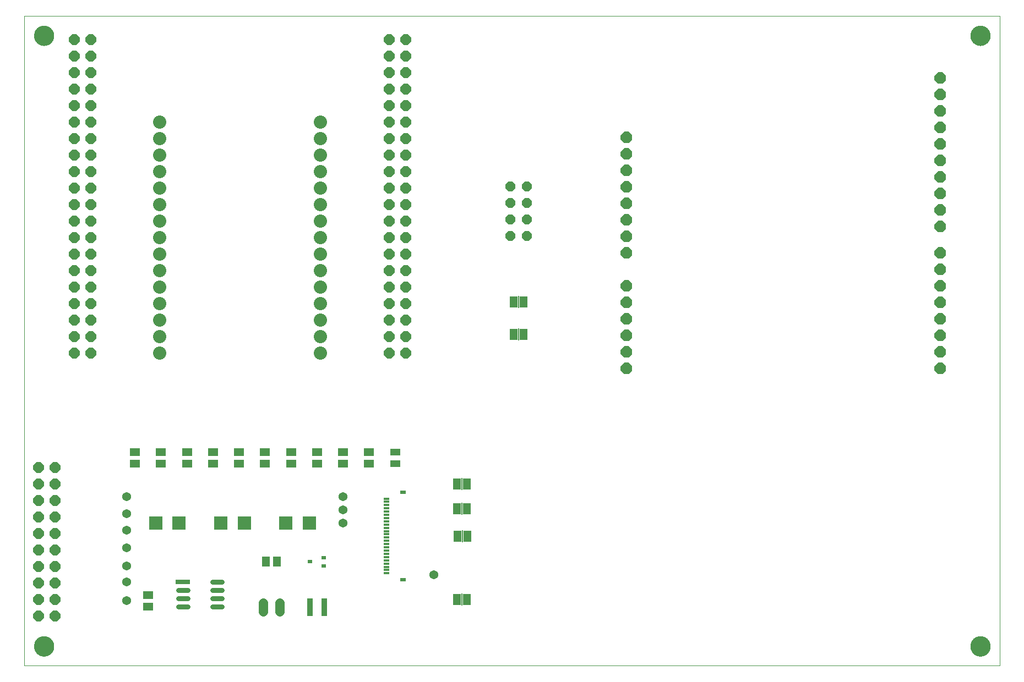
<source format=gts>
G04 EAGLE Gerber RS-274X export*
G75*
%MOMM*%
%FSLAX34Y34*%
%LPD*%
%INSolder Mask top*%
%IPPOS*%
%AMOC8*
5,1,8,0,0,1.08239X$1,22.5*%
G01*
%ADD10C,0.000000*%
%ADD11C,3.101600*%
%ADD12P,1.759533X8X292.500000*%
%ADD13P,1.924489X8X292.500000*%
%ADD14R,1.566900X1.266200*%
%ADD15R,2.101600X2.101600*%
%ADD16R,0.901600X2.801600*%
%ADD17R,0.701600X0.501600*%
%ADD18R,1.521800X1.132800*%
%ADD19R,2.166600X0.727600*%
%ADD20C,0.727600*%
%ADD21R,1.266200X1.566900*%
%ADD22R,1.270000X1.701800*%
%ADD23R,0.152400X1.828800*%
%ADD24P,1.759533X8X112.500000*%
%ADD25R,0.901600X0.401600*%
%ADD26R,0.901600X0.501600*%
%ADD27P,1.594577X8X292.500000*%
%ADD28C,2.032000*%
%ADD29C,1.473200*%
%ADD30C,1.371600*%


D10*
X0Y0D02*
X1500000Y0D01*
X1500000Y1000000D01*
X0Y1000000D01*
X0Y0D01*
X15000Y30000D02*
X15005Y30368D01*
X15018Y30736D01*
X15041Y31103D01*
X15072Y31470D01*
X15113Y31836D01*
X15162Y32201D01*
X15221Y32564D01*
X15288Y32926D01*
X15364Y33287D01*
X15450Y33645D01*
X15543Y34001D01*
X15646Y34354D01*
X15757Y34705D01*
X15877Y35053D01*
X16005Y35398D01*
X16142Y35740D01*
X16287Y36079D01*
X16440Y36413D01*
X16602Y36744D01*
X16771Y37071D01*
X16949Y37393D01*
X17134Y37712D01*
X17327Y38025D01*
X17528Y38334D01*
X17736Y38637D01*
X17952Y38935D01*
X18175Y39228D01*
X18405Y39516D01*
X18642Y39798D01*
X18886Y40073D01*
X19136Y40343D01*
X19393Y40607D01*
X19657Y40864D01*
X19927Y41114D01*
X20202Y41358D01*
X20484Y41595D01*
X20772Y41825D01*
X21065Y42048D01*
X21363Y42264D01*
X21666Y42472D01*
X21975Y42673D01*
X22288Y42866D01*
X22607Y43051D01*
X22929Y43229D01*
X23256Y43398D01*
X23587Y43560D01*
X23921Y43713D01*
X24260Y43858D01*
X24602Y43995D01*
X24947Y44123D01*
X25295Y44243D01*
X25646Y44354D01*
X25999Y44457D01*
X26355Y44550D01*
X26713Y44636D01*
X27074Y44712D01*
X27436Y44779D01*
X27799Y44838D01*
X28164Y44887D01*
X28530Y44928D01*
X28897Y44959D01*
X29264Y44982D01*
X29632Y44995D01*
X30000Y45000D01*
X30368Y44995D01*
X30736Y44982D01*
X31103Y44959D01*
X31470Y44928D01*
X31836Y44887D01*
X32201Y44838D01*
X32564Y44779D01*
X32926Y44712D01*
X33287Y44636D01*
X33645Y44550D01*
X34001Y44457D01*
X34354Y44354D01*
X34705Y44243D01*
X35053Y44123D01*
X35398Y43995D01*
X35740Y43858D01*
X36079Y43713D01*
X36413Y43560D01*
X36744Y43398D01*
X37071Y43229D01*
X37393Y43051D01*
X37712Y42866D01*
X38025Y42673D01*
X38334Y42472D01*
X38637Y42264D01*
X38935Y42048D01*
X39228Y41825D01*
X39516Y41595D01*
X39798Y41358D01*
X40073Y41114D01*
X40343Y40864D01*
X40607Y40607D01*
X40864Y40343D01*
X41114Y40073D01*
X41358Y39798D01*
X41595Y39516D01*
X41825Y39228D01*
X42048Y38935D01*
X42264Y38637D01*
X42472Y38334D01*
X42673Y38025D01*
X42866Y37712D01*
X43051Y37393D01*
X43229Y37071D01*
X43398Y36744D01*
X43560Y36413D01*
X43713Y36079D01*
X43858Y35740D01*
X43995Y35398D01*
X44123Y35053D01*
X44243Y34705D01*
X44354Y34354D01*
X44457Y34001D01*
X44550Y33645D01*
X44636Y33287D01*
X44712Y32926D01*
X44779Y32564D01*
X44838Y32201D01*
X44887Y31836D01*
X44928Y31470D01*
X44959Y31103D01*
X44982Y30736D01*
X44995Y30368D01*
X45000Y30000D01*
X44995Y29632D01*
X44982Y29264D01*
X44959Y28897D01*
X44928Y28530D01*
X44887Y28164D01*
X44838Y27799D01*
X44779Y27436D01*
X44712Y27074D01*
X44636Y26713D01*
X44550Y26355D01*
X44457Y25999D01*
X44354Y25646D01*
X44243Y25295D01*
X44123Y24947D01*
X43995Y24602D01*
X43858Y24260D01*
X43713Y23921D01*
X43560Y23587D01*
X43398Y23256D01*
X43229Y22929D01*
X43051Y22607D01*
X42866Y22288D01*
X42673Y21975D01*
X42472Y21666D01*
X42264Y21363D01*
X42048Y21065D01*
X41825Y20772D01*
X41595Y20484D01*
X41358Y20202D01*
X41114Y19927D01*
X40864Y19657D01*
X40607Y19393D01*
X40343Y19136D01*
X40073Y18886D01*
X39798Y18642D01*
X39516Y18405D01*
X39228Y18175D01*
X38935Y17952D01*
X38637Y17736D01*
X38334Y17528D01*
X38025Y17327D01*
X37712Y17134D01*
X37393Y16949D01*
X37071Y16771D01*
X36744Y16602D01*
X36413Y16440D01*
X36079Y16287D01*
X35740Y16142D01*
X35398Y16005D01*
X35053Y15877D01*
X34705Y15757D01*
X34354Y15646D01*
X34001Y15543D01*
X33645Y15450D01*
X33287Y15364D01*
X32926Y15288D01*
X32564Y15221D01*
X32201Y15162D01*
X31836Y15113D01*
X31470Y15072D01*
X31103Y15041D01*
X30736Y15018D01*
X30368Y15005D01*
X30000Y15000D01*
X29632Y15005D01*
X29264Y15018D01*
X28897Y15041D01*
X28530Y15072D01*
X28164Y15113D01*
X27799Y15162D01*
X27436Y15221D01*
X27074Y15288D01*
X26713Y15364D01*
X26355Y15450D01*
X25999Y15543D01*
X25646Y15646D01*
X25295Y15757D01*
X24947Y15877D01*
X24602Y16005D01*
X24260Y16142D01*
X23921Y16287D01*
X23587Y16440D01*
X23256Y16602D01*
X22929Y16771D01*
X22607Y16949D01*
X22288Y17134D01*
X21975Y17327D01*
X21666Y17528D01*
X21363Y17736D01*
X21065Y17952D01*
X20772Y18175D01*
X20484Y18405D01*
X20202Y18642D01*
X19927Y18886D01*
X19657Y19136D01*
X19393Y19393D01*
X19136Y19657D01*
X18886Y19927D01*
X18642Y20202D01*
X18405Y20484D01*
X18175Y20772D01*
X17952Y21065D01*
X17736Y21363D01*
X17528Y21666D01*
X17327Y21975D01*
X17134Y22288D01*
X16949Y22607D01*
X16771Y22929D01*
X16602Y23256D01*
X16440Y23587D01*
X16287Y23921D01*
X16142Y24260D01*
X16005Y24602D01*
X15877Y24947D01*
X15757Y25295D01*
X15646Y25646D01*
X15543Y25999D01*
X15450Y26355D01*
X15364Y26713D01*
X15288Y27074D01*
X15221Y27436D01*
X15162Y27799D01*
X15113Y28164D01*
X15072Y28530D01*
X15041Y28897D01*
X15018Y29264D01*
X15005Y29632D01*
X15000Y30000D01*
D11*
X30000Y30000D03*
D10*
X1455000Y30000D02*
X1455005Y30368D01*
X1455018Y30736D01*
X1455041Y31103D01*
X1455072Y31470D01*
X1455113Y31836D01*
X1455162Y32201D01*
X1455221Y32564D01*
X1455288Y32926D01*
X1455364Y33287D01*
X1455450Y33645D01*
X1455543Y34001D01*
X1455646Y34354D01*
X1455757Y34705D01*
X1455877Y35053D01*
X1456005Y35398D01*
X1456142Y35740D01*
X1456287Y36079D01*
X1456440Y36413D01*
X1456602Y36744D01*
X1456771Y37071D01*
X1456949Y37393D01*
X1457134Y37712D01*
X1457327Y38025D01*
X1457528Y38334D01*
X1457736Y38637D01*
X1457952Y38935D01*
X1458175Y39228D01*
X1458405Y39516D01*
X1458642Y39798D01*
X1458886Y40073D01*
X1459136Y40343D01*
X1459393Y40607D01*
X1459657Y40864D01*
X1459927Y41114D01*
X1460202Y41358D01*
X1460484Y41595D01*
X1460772Y41825D01*
X1461065Y42048D01*
X1461363Y42264D01*
X1461666Y42472D01*
X1461975Y42673D01*
X1462288Y42866D01*
X1462607Y43051D01*
X1462929Y43229D01*
X1463256Y43398D01*
X1463587Y43560D01*
X1463921Y43713D01*
X1464260Y43858D01*
X1464602Y43995D01*
X1464947Y44123D01*
X1465295Y44243D01*
X1465646Y44354D01*
X1465999Y44457D01*
X1466355Y44550D01*
X1466713Y44636D01*
X1467074Y44712D01*
X1467436Y44779D01*
X1467799Y44838D01*
X1468164Y44887D01*
X1468530Y44928D01*
X1468897Y44959D01*
X1469264Y44982D01*
X1469632Y44995D01*
X1470000Y45000D01*
X1470368Y44995D01*
X1470736Y44982D01*
X1471103Y44959D01*
X1471470Y44928D01*
X1471836Y44887D01*
X1472201Y44838D01*
X1472564Y44779D01*
X1472926Y44712D01*
X1473287Y44636D01*
X1473645Y44550D01*
X1474001Y44457D01*
X1474354Y44354D01*
X1474705Y44243D01*
X1475053Y44123D01*
X1475398Y43995D01*
X1475740Y43858D01*
X1476079Y43713D01*
X1476413Y43560D01*
X1476744Y43398D01*
X1477071Y43229D01*
X1477393Y43051D01*
X1477712Y42866D01*
X1478025Y42673D01*
X1478334Y42472D01*
X1478637Y42264D01*
X1478935Y42048D01*
X1479228Y41825D01*
X1479516Y41595D01*
X1479798Y41358D01*
X1480073Y41114D01*
X1480343Y40864D01*
X1480607Y40607D01*
X1480864Y40343D01*
X1481114Y40073D01*
X1481358Y39798D01*
X1481595Y39516D01*
X1481825Y39228D01*
X1482048Y38935D01*
X1482264Y38637D01*
X1482472Y38334D01*
X1482673Y38025D01*
X1482866Y37712D01*
X1483051Y37393D01*
X1483229Y37071D01*
X1483398Y36744D01*
X1483560Y36413D01*
X1483713Y36079D01*
X1483858Y35740D01*
X1483995Y35398D01*
X1484123Y35053D01*
X1484243Y34705D01*
X1484354Y34354D01*
X1484457Y34001D01*
X1484550Y33645D01*
X1484636Y33287D01*
X1484712Y32926D01*
X1484779Y32564D01*
X1484838Y32201D01*
X1484887Y31836D01*
X1484928Y31470D01*
X1484959Y31103D01*
X1484982Y30736D01*
X1484995Y30368D01*
X1485000Y30000D01*
X1484995Y29632D01*
X1484982Y29264D01*
X1484959Y28897D01*
X1484928Y28530D01*
X1484887Y28164D01*
X1484838Y27799D01*
X1484779Y27436D01*
X1484712Y27074D01*
X1484636Y26713D01*
X1484550Y26355D01*
X1484457Y25999D01*
X1484354Y25646D01*
X1484243Y25295D01*
X1484123Y24947D01*
X1483995Y24602D01*
X1483858Y24260D01*
X1483713Y23921D01*
X1483560Y23587D01*
X1483398Y23256D01*
X1483229Y22929D01*
X1483051Y22607D01*
X1482866Y22288D01*
X1482673Y21975D01*
X1482472Y21666D01*
X1482264Y21363D01*
X1482048Y21065D01*
X1481825Y20772D01*
X1481595Y20484D01*
X1481358Y20202D01*
X1481114Y19927D01*
X1480864Y19657D01*
X1480607Y19393D01*
X1480343Y19136D01*
X1480073Y18886D01*
X1479798Y18642D01*
X1479516Y18405D01*
X1479228Y18175D01*
X1478935Y17952D01*
X1478637Y17736D01*
X1478334Y17528D01*
X1478025Y17327D01*
X1477712Y17134D01*
X1477393Y16949D01*
X1477071Y16771D01*
X1476744Y16602D01*
X1476413Y16440D01*
X1476079Y16287D01*
X1475740Y16142D01*
X1475398Y16005D01*
X1475053Y15877D01*
X1474705Y15757D01*
X1474354Y15646D01*
X1474001Y15543D01*
X1473645Y15450D01*
X1473287Y15364D01*
X1472926Y15288D01*
X1472564Y15221D01*
X1472201Y15162D01*
X1471836Y15113D01*
X1471470Y15072D01*
X1471103Y15041D01*
X1470736Y15018D01*
X1470368Y15005D01*
X1470000Y15000D01*
X1469632Y15005D01*
X1469264Y15018D01*
X1468897Y15041D01*
X1468530Y15072D01*
X1468164Y15113D01*
X1467799Y15162D01*
X1467436Y15221D01*
X1467074Y15288D01*
X1466713Y15364D01*
X1466355Y15450D01*
X1465999Y15543D01*
X1465646Y15646D01*
X1465295Y15757D01*
X1464947Y15877D01*
X1464602Y16005D01*
X1464260Y16142D01*
X1463921Y16287D01*
X1463587Y16440D01*
X1463256Y16602D01*
X1462929Y16771D01*
X1462607Y16949D01*
X1462288Y17134D01*
X1461975Y17327D01*
X1461666Y17528D01*
X1461363Y17736D01*
X1461065Y17952D01*
X1460772Y18175D01*
X1460484Y18405D01*
X1460202Y18642D01*
X1459927Y18886D01*
X1459657Y19136D01*
X1459393Y19393D01*
X1459136Y19657D01*
X1458886Y19927D01*
X1458642Y20202D01*
X1458405Y20484D01*
X1458175Y20772D01*
X1457952Y21065D01*
X1457736Y21363D01*
X1457528Y21666D01*
X1457327Y21975D01*
X1457134Y22288D01*
X1456949Y22607D01*
X1456771Y22929D01*
X1456602Y23256D01*
X1456440Y23587D01*
X1456287Y23921D01*
X1456142Y24260D01*
X1456005Y24602D01*
X1455877Y24947D01*
X1455757Y25295D01*
X1455646Y25646D01*
X1455543Y25999D01*
X1455450Y26355D01*
X1455364Y26713D01*
X1455288Y27074D01*
X1455221Y27436D01*
X1455162Y27799D01*
X1455113Y28164D01*
X1455072Y28530D01*
X1455041Y28897D01*
X1455018Y29264D01*
X1455005Y29632D01*
X1455000Y30000D01*
D11*
X1470000Y30000D03*
D10*
X1455000Y970000D02*
X1455005Y970368D01*
X1455018Y970736D01*
X1455041Y971103D01*
X1455072Y971470D01*
X1455113Y971836D01*
X1455162Y972201D01*
X1455221Y972564D01*
X1455288Y972926D01*
X1455364Y973287D01*
X1455450Y973645D01*
X1455543Y974001D01*
X1455646Y974354D01*
X1455757Y974705D01*
X1455877Y975053D01*
X1456005Y975398D01*
X1456142Y975740D01*
X1456287Y976079D01*
X1456440Y976413D01*
X1456602Y976744D01*
X1456771Y977071D01*
X1456949Y977393D01*
X1457134Y977712D01*
X1457327Y978025D01*
X1457528Y978334D01*
X1457736Y978637D01*
X1457952Y978935D01*
X1458175Y979228D01*
X1458405Y979516D01*
X1458642Y979798D01*
X1458886Y980073D01*
X1459136Y980343D01*
X1459393Y980607D01*
X1459657Y980864D01*
X1459927Y981114D01*
X1460202Y981358D01*
X1460484Y981595D01*
X1460772Y981825D01*
X1461065Y982048D01*
X1461363Y982264D01*
X1461666Y982472D01*
X1461975Y982673D01*
X1462288Y982866D01*
X1462607Y983051D01*
X1462929Y983229D01*
X1463256Y983398D01*
X1463587Y983560D01*
X1463921Y983713D01*
X1464260Y983858D01*
X1464602Y983995D01*
X1464947Y984123D01*
X1465295Y984243D01*
X1465646Y984354D01*
X1465999Y984457D01*
X1466355Y984550D01*
X1466713Y984636D01*
X1467074Y984712D01*
X1467436Y984779D01*
X1467799Y984838D01*
X1468164Y984887D01*
X1468530Y984928D01*
X1468897Y984959D01*
X1469264Y984982D01*
X1469632Y984995D01*
X1470000Y985000D01*
X1470368Y984995D01*
X1470736Y984982D01*
X1471103Y984959D01*
X1471470Y984928D01*
X1471836Y984887D01*
X1472201Y984838D01*
X1472564Y984779D01*
X1472926Y984712D01*
X1473287Y984636D01*
X1473645Y984550D01*
X1474001Y984457D01*
X1474354Y984354D01*
X1474705Y984243D01*
X1475053Y984123D01*
X1475398Y983995D01*
X1475740Y983858D01*
X1476079Y983713D01*
X1476413Y983560D01*
X1476744Y983398D01*
X1477071Y983229D01*
X1477393Y983051D01*
X1477712Y982866D01*
X1478025Y982673D01*
X1478334Y982472D01*
X1478637Y982264D01*
X1478935Y982048D01*
X1479228Y981825D01*
X1479516Y981595D01*
X1479798Y981358D01*
X1480073Y981114D01*
X1480343Y980864D01*
X1480607Y980607D01*
X1480864Y980343D01*
X1481114Y980073D01*
X1481358Y979798D01*
X1481595Y979516D01*
X1481825Y979228D01*
X1482048Y978935D01*
X1482264Y978637D01*
X1482472Y978334D01*
X1482673Y978025D01*
X1482866Y977712D01*
X1483051Y977393D01*
X1483229Y977071D01*
X1483398Y976744D01*
X1483560Y976413D01*
X1483713Y976079D01*
X1483858Y975740D01*
X1483995Y975398D01*
X1484123Y975053D01*
X1484243Y974705D01*
X1484354Y974354D01*
X1484457Y974001D01*
X1484550Y973645D01*
X1484636Y973287D01*
X1484712Y972926D01*
X1484779Y972564D01*
X1484838Y972201D01*
X1484887Y971836D01*
X1484928Y971470D01*
X1484959Y971103D01*
X1484982Y970736D01*
X1484995Y970368D01*
X1485000Y970000D01*
X1484995Y969632D01*
X1484982Y969264D01*
X1484959Y968897D01*
X1484928Y968530D01*
X1484887Y968164D01*
X1484838Y967799D01*
X1484779Y967436D01*
X1484712Y967074D01*
X1484636Y966713D01*
X1484550Y966355D01*
X1484457Y965999D01*
X1484354Y965646D01*
X1484243Y965295D01*
X1484123Y964947D01*
X1483995Y964602D01*
X1483858Y964260D01*
X1483713Y963921D01*
X1483560Y963587D01*
X1483398Y963256D01*
X1483229Y962929D01*
X1483051Y962607D01*
X1482866Y962288D01*
X1482673Y961975D01*
X1482472Y961666D01*
X1482264Y961363D01*
X1482048Y961065D01*
X1481825Y960772D01*
X1481595Y960484D01*
X1481358Y960202D01*
X1481114Y959927D01*
X1480864Y959657D01*
X1480607Y959393D01*
X1480343Y959136D01*
X1480073Y958886D01*
X1479798Y958642D01*
X1479516Y958405D01*
X1479228Y958175D01*
X1478935Y957952D01*
X1478637Y957736D01*
X1478334Y957528D01*
X1478025Y957327D01*
X1477712Y957134D01*
X1477393Y956949D01*
X1477071Y956771D01*
X1476744Y956602D01*
X1476413Y956440D01*
X1476079Y956287D01*
X1475740Y956142D01*
X1475398Y956005D01*
X1475053Y955877D01*
X1474705Y955757D01*
X1474354Y955646D01*
X1474001Y955543D01*
X1473645Y955450D01*
X1473287Y955364D01*
X1472926Y955288D01*
X1472564Y955221D01*
X1472201Y955162D01*
X1471836Y955113D01*
X1471470Y955072D01*
X1471103Y955041D01*
X1470736Y955018D01*
X1470368Y955005D01*
X1470000Y955000D01*
X1469632Y955005D01*
X1469264Y955018D01*
X1468897Y955041D01*
X1468530Y955072D01*
X1468164Y955113D01*
X1467799Y955162D01*
X1467436Y955221D01*
X1467074Y955288D01*
X1466713Y955364D01*
X1466355Y955450D01*
X1465999Y955543D01*
X1465646Y955646D01*
X1465295Y955757D01*
X1464947Y955877D01*
X1464602Y956005D01*
X1464260Y956142D01*
X1463921Y956287D01*
X1463587Y956440D01*
X1463256Y956602D01*
X1462929Y956771D01*
X1462607Y956949D01*
X1462288Y957134D01*
X1461975Y957327D01*
X1461666Y957528D01*
X1461363Y957736D01*
X1461065Y957952D01*
X1460772Y958175D01*
X1460484Y958405D01*
X1460202Y958642D01*
X1459927Y958886D01*
X1459657Y959136D01*
X1459393Y959393D01*
X1459136Y959657D01*
X1458886Y959927D01*
X1458642Y960202D01*
X1458405Y960484D01*
X1458175Y960772D01*
X1457952Y961065D01*
X1457736Y961363D01*
X1457528Y961666D01*
X1457327Y961975D01*
X1457134Y962288D01*
X1456949Y962607D01*
X1456771Y962929D01*
X1456602Y963256D01*
X1456440Y963587D01*
X1456287Y963921D01*
X1456142Y964260D01*
X1456005Y964602D01*
X1455877Y964947D01*
X1455757Y965295D01*
X1455646Y965646D01*
X1455543Y965999D01*
X1455450Y966355D01*
X1455364Y966713D01*
X1455288Y967074D01*
X1455221Y967436D01*
X1455162Y967799D01*
X1455113Y968164D01*
X1455072Y968530D01*
X1455041Y968897D01*
X1455018Y969264D01*
X1455005Y969632D01*
X1455000Y970000D01*
D11*
X1470000Y970000D03*
D10*
X15000Y970000D02*
X15005Y970368D01*
X15018Y970736D01*
X15041Y971103D01*
X15072Y971470D01*
X15113Y971836D01*
X15162Y972201D01*
X15221Y972564D01*
X15288Y972926D01*
X15364Y973287D01*
X15450Y973645D01*
X15543Y974001D01*
X15646Y974354D01*
X15757Y974705D01*
X15877Y975053D01*
X16005Y975398D01*
X16142Y975740D01*
X16287Y976079D01*
X16440Y976413D01*
X16602Y976744D01*
X16771Y977071D01*
X16949Y977393D01*
X17134Y977712D01*
X17327Y978025D01*
X17528Y978334D01*
X17736Y978637D01*
X17952Y978935D01*
X18175Y979228D01*
X18405Y979516D01*
X18642Y979798D01*
X18886Y980073D01*
X19136Y980343D01*
X19393Y980607D01*
X19657Y980864D01*
X19927Y981114D01*
X20202Y981358D01*
X20484Y981595D01*
X20772Y981825D01*
X21065Y982048D01*
X21363Y982264D01*
X21666Y982472D01*
X21975Y982673D01*
X22288Y982866D01*
X22607Y983051D01*
X22929Y983229D01*
X23256Y983398D01*
X23587Y983560D01*
X23921Y983713D01*
X24260Y983858D01*
X24602Y983995D01*
X24947Y984123D01*
X25295Y984243D01*
X25646Y984354D01*
X25999Y984457D01*
X26355Y984550D01*
X26713Y984636D01*
X27074Y984712D01*
X27436Y984779D01*
X27799Y984838D01*
X28164Y984887D01*
X28530Y984928D01*
X28897Y984959D01*
X29264Y984982D01*
X29632Y984995D01*
X30000Y985000D01*
X30368Y984995D01*
X30736Y984982D01*
X31103Y984959D01*
X31470Y984928D01*
X31836Y984887D01*
X32201Y984838D01*
X32564Y984779D01*
X32926Y984712D01*
X33287Y984636D01*
X33645Y984550D01*
X34001Y984457D01*
X34354Y984354D01*
X34705Y984243D01*
X35053Y984123D01*
X35398Y983995D01*
X35740Y983858D01*
X36079Y983713D01*
X36413Y983560D01*
X36744Y983398D01*
X37071Y983229D01*
X37393Y983051D01*
X37712Y982866D01*
X38025Y982673D01*
X38334Y982472D01*
X38637Y982264D01*
X38935Y982048D01*
X39228Y981825D01*
X39516Y981595D01*
X39798Y981358D01*
X40073Y981114D01*
X40343Y980864D01*
X40607Y980607D01*
X40864Y980343D01*
X41114Y980073D01*
X41358Y979798D01*
X41595Y979516D01*
X41825Y979228D01*
X42048Y978935D01*
X42264Y978637D01*
X42472Y978334D01*
X42673Y978025D01*
X42866Y977712D01*
X43051Y977393D01*
X43229Y977071D01*
X43398Y976744D01*
X43560Y976413D01*
X43713Y976079D01*
X43858Y975740D01*
X43995Y975398D01*
X44123Y975053D01*
X44243Y974705D01*
X44354Y974354D01*
X44457Y974001D01*
X44550Y973645D01*
X44636Y973287D01*
X44712Y972926D01*
X44779Y972564D01*
X44838Y972201D01*
X44887Y971836D01*
X44928Y971470D01*
X44959Y971103D01*
X44982Y970736D01*
X44995Y970368D01*
X45000Y970000D01*
X44995Y969632D01*
X44982Y969264D01*
X44959Y968897D01*
X44928Y968530D01*
X44887Y968164D01*
X44838Y967799D01*
X44779Y967436D01*
X44712Y967074D01*
X44636Y966713D01*
X44550Y966355D01*
X44457Y965999D01*
X44354Y965646D01*
X44243Y965295D01*
X44123Y964947D01*
X43995Y964602D01*
X43858Y964260D01*
X43713Y963921D01*
X43560Y963587D01*
X43398Y963256D01*
X43229Y962929D01*
X43051Y962607D01*
X42866Y962288D01*
X42673Y961975D01*
X42472Y961666D01*
X42264Y961363D01*
X42048Y961065D01*
X41825Y960772D01*
X41595Y960484D01*
X41358Y960202D01*
X41114Y959927D01*
X40864Y959657D01*
X40607Y959393D01*
X40343Y959136D01*
X40073Y958886D01*
X39798Y958642D01*
X39516Y958405D01*
X39228Y958175D01*
X38935Y957952D01*
X38637Y957736D01*
X38334Y957528D01*
X38025Y957327D01*
X37712Y957134D01*
X37393Y956949D01*
X37071Y956771D01*
X36744Y956602D01*
X36413Y956440D01*
X36079Y956287D01*
X35740Y956142D01*
X35398Y956005D01*
X35053Y955877D01*
X34705Y955757D01*
X34354Y955646D01*
X34001Y955543D01*
X33645Y955450D01*
X33287Y955364D01*
X32926Y955288D01*
X32564Y955221D01*
X32201Y955162D01*
X31836Y955113D01*
X31470Y955072D01*
X31103Y955041D01*
X30736Y955018D01*
X30368Y955005D01*
X30000Y955000D01*
X29632Y955005D01*
X29264Y955018D01*
X28897Y955041D01*
X28530Y955072D01*
X28164Y955113D01*
X27799Y955162D01*
X27436Y955221D01*
X27074Y955288D01*
X26713Y955364D01*
X26355Y955450D01*
X25999Y955543D01*
X25646Y955646D01*
X25295Y955757D01*
X24947Y955877D01*
X24602Y956005D01*
X24260Y956142D01*
X23921Y956287D01*
X23587Y956440D01*
X23256Y956602D01*
X22929Y956771D01*
X22607Y956949D01*
X22288Y957134D01*
X21975Y957327D01*
X21666Y957528D01*
X21363Y957736D01*
X21065Y957952D01*
X20772Y958175D01*
X20484Y958405D01*
X20202Y958642D01*
X19927Y958886D01*
X19657Y959136D01*
X19393Y959393D01*
X19136Y959657D01*
X18886Y959927D01*
X18642Y960202D01*
X18405Y960484D01*
X18175Y960772D01*
X17952Y961065D01*
X17736Y961363D01*
X17528Y961666D01*
X17327Y961975D01*
X17134Y962288D01*
X16949Y962607D01*
X16771Y962929D01*
X16602Y963256D01*
X16440Y963587D01*
X16287Y963921D01*
X16142Y964260D01*
X16005Y964602D01*
X15877Y964947D01*
X15757Y965295D01*
X15646Y965646D01*
X15543Y965999D01*
X15450Y966355D01*
X15364Y966713D01*
X15288Y967074D01*
X15221Y967436D01*
X15162Y967799D01*
X15113Y968164D01*
X15072Y968530D01*
X15041Y968897D01*
X15018Y969264D01*
X15005Y969632D01*
X15000Y970000D01*
D11*
X30000Y970000D03*
D12*
X76870Y964070D03*
X102270Y964070D03*
X76870Y938670D03*
X102270Y938670D03*
X76870Y913270D03*
X102270Y913270D03*
X76870Y887870D03*
X102270Y887870D03*
X76870Y862470D03*
X102270Y862470D03*
X76870Y837070D03*
X102270Y837070D03*
X76870Y811670D03*
X102270Y811670D03*
X76870Y786270D03*
X102270Y786270D03*
X76870Y760870D03*
X102270Y760870D03*
X76870Y735470D03*
X102270Y735470D03*
X76870Y710070D03*
X102270Y710070D03*
X76870Y684670D03*
X102270Y684670D03*
X76870Y659270D03*
X102270Y659270D03*
X76870Y633870D03*
X102270Y633870D03*
X76870Y608470D03*
X102270Y608470D03*
X76870Y583070D03*
X102270Y583070D03*
X76870Y557670D03*
X102270Y557670D03*
X76870Y532270D03*
X102270Y532270D03*
X76870Y506870D03*
X102270Y506870D03*
X76870Y481470D03*
X102270Y481470D03*
X561110Y963840D03*
X586510Y963840D03*
X561110Y938440D03*
X586510Y938440D03*
X561110Y913040D03*
X586510Y913040D03*
X561110Y887640D03*
X586510Y887640D03*
X561110Y862240D03*
X586510Y862240D03*
X561110Y836840D03*
X586510Y836840D03*
X561110Y811440D03*
X586510Y811440D03*
X561110Y786040D03*
X586510Y786040D03*
X561110Y760640D03*
X586510Y760640D03*
X561110Y735240D03*
X586510Y735240D03*
X561110Y709840D03*
X586510Y709840D03*
X561110Y684440D03*
X586510Y684440D03*
X561110Y659040D03*
X586510Y659040D03*
X561110Y633640D03*
X586510Y633640D03*
X561110Y608240D03*
X586510Y608240D03*
X561110Y582840D03*
X586510Y582840D03*
X561110Y557440D03*
X586510Y557440D03*
X561110Y532040D03*
X586510Y532040D03*
X561110Y506640D03*
X586510Y506640D03*
X561110Y481240D03*
X586510Y481240D03*
D13*
X1408800Y558800D03*
X926200Y584200D03*
X1408800Y533400D03*
X1408800Y508000D03*
X1408800Y482600D03*
X1408800Y457200D03*
X1408800Y584200D03*
X1408800Y609600D03*
X1408800Y635000D03*
X1408800Y675640D03*
X1408800Y701040D03*
X1408800Y726440D03*
X1408800Y751840D03*
X1408800Y777240D03*
X1408800Y802640D03*
X1408800Y828040D03*
X1408800Y853440D03*
X926200Y558800D03*
X926200Y533400D03*
X926200Y508000D03*
X926200Y482600D03*
X926200Y457200D03*
X926200Y635000D03*
X926200Y660400D03*
X926200Y685800D03*
X926200Y711200D03*
X926200Y736600D03*
X926200Y762000D03*
X1408800Y878840D03*
X1408800Y904240D03*
X926200Y787400D03*
X926200Y812800D03*
D14*
X450000Y328754D03*
X450000Y311246D03*
D15*
X402000Y220000D03*
X438000Y220000D03*
D16*
X439000Y90000D03*
X461000Y90000D03*
D17*
X460500Y153500D03*
X460500Y166500D03*
X439500Y160000D03*
D18*
X570000Y329195D03*
X570000Y310805D03*
D19*
X243790Y129050D03*
D20*
X236595Y116350D02*
X250985Y116350D01*
X250985Y103650D02*
X236595Y103650D01*
X236595Y90950D02*
X250985Y90950D01*
X289015Y90950D02*
X303405Y90950D01*
X303405Y103650D02*
X289015Y103650D01*
X289015Y116350D02*
X303405Y116350D01*
X303405Y129050D02*
X289015Y129050D01*
D14*
X490000Y328754D03*
X490000Y311246D03*
X290000Y328754D03*
X290000Y311246D03*
D21*
X371246Y160000D03*
X388754Y160000D03*
D14*
X190000Y91246D03*
X190000Y108754D03*
X410000Y311246D03*
X410000Y328754D03*
X370000Y311246D03*
X370000Y328754D03*
X330000Y311246D03*
X330000Y328754D03*
X250000Y311246D03*
X250000Y328754D03*
X210000Y311246D03*
X210000Y328754D03*
X170000Y311246D03*
X170000Y328754D03*
D15*
X302000Y220000D03*
X338000Y220000D03*
X202000Y220000D03*
X238000Y220000D03*
D22*
X681020Y199390D03*
X665780Y199390D03*
D23*
X673400Y199390D03*
D24*
X46760Y304870D03*
X46760Y279470D03*
X46760Y254070D03*
X46760Y228670D03*
X46760Y203270D03*
X46760Y177870D03*
X46760Y152470D03*
X46760Y127070D03*
X46760Y101670D03*
X46760Y76270D03*
X21360Y76270D03*
X21360Y101670D03*
X21360Y127070D03*
X21360Y152470D03*
X21360Y177870D03*
X21360Y203270D03*
X21360Y228670D03*
X21360Y254070D03*
X21360Y279470D03*
X21360Y304870D03*
D22*
X665180Y101600D03*
X680420Y101600D03*
D23*
X672800Y101600D03*
D22*
X665180Y279400D03*
X680420Y279400D03*
D23*
X672800Y279400D03*
D22*
X665180Y241300D03*
X680420Y241300D03*
D23*
X672800Y241300D03*
D25*
X556850Y257330D03*
X556850Y252330D03*
X556850Y247330D03*
X556850Y242330D03*
X556850Y237330D03*
X556850Y232330D03*
X556850Y227330D03*
X556850Y222330D03*
X556850Y217330D03*
X556850Y212330D03*
X556850Y207330D03*
X556850Y202330D03*
X556850Y197330D03*
X556850Y192330D03*
X556850Y187330D03*
X556850Y182330D03*
X556850Y177330D03*
X556850Y172330D03*
X556850Y167330D03*
X556850Y162330D03*
X556850Y157330D03*
X556850Y152330D03*
X556850Y147330D03*
X556850Y142330D03*
D26*
X581850Y132330D03*
X581850Y267330D03*
D14*
X530000Y328754D03*
X530000Y311246D03*
D22*
X752380Y510000D03*
X767620Y510000D03*
D23*
X760000Y510000D03*
D22*
X752380Y560000D03*
X767620Y560000D03*
D23*
X760000Y560000D03*
D27*
X747300Y738100D03*
X772700Y738100D03*
X747300Y712700D03*
X772700Y712700D03*
X747300Y687300D03*
X772700Y687300D03*
X772700Y661900D03*
X747300Y661900D03*
D28*
X455400Y481300D03*
X455400Y506700D03*
X455400Y532100D03*
X455400Y557500D03*
X455400Y582900D03*
X455400Y608300D03*
X455400Y633700D03*
X455400Y659100D03*
X455400Y684500D03*
X455400Y709900D03*
X455400Y735300D03*
X455400Y760700D03*
X455400Y786100D03*
X455400Y811500D03*
X455400Y836900D03*
X207700Y481300D03*
X207700Y506700D03*
X207700Y532100D03*
X207700Y557500D03*
X207700Y582900D03*
X207700Y608300D03*
X207700Y633700D03*
X207700Y659100D03*
X207700Y684500D03*
X207700Y709900D03*
X207700Y735300D03*
X207700Y760700D03*
X207700Y786100D03*
X207700Y811500D03*
X207700Y836900D03*
D29*
X367300Y96858D02*
X367300Y83142D01*
X392700Y83142D02*
X392700Y96858D01*
D30*
X490000Y220000D03*
X490000Y240000D03*
X490000Y260000D03*
X630000Y140000D03*
X157460Y100000D03*
X157460Y128730D03*
X157460Y181270D03*
X157460Y153810D03*
X157460Y233810D03*
X157460Y208730D03*
X157480Y260350D03*
M02*

</source>
